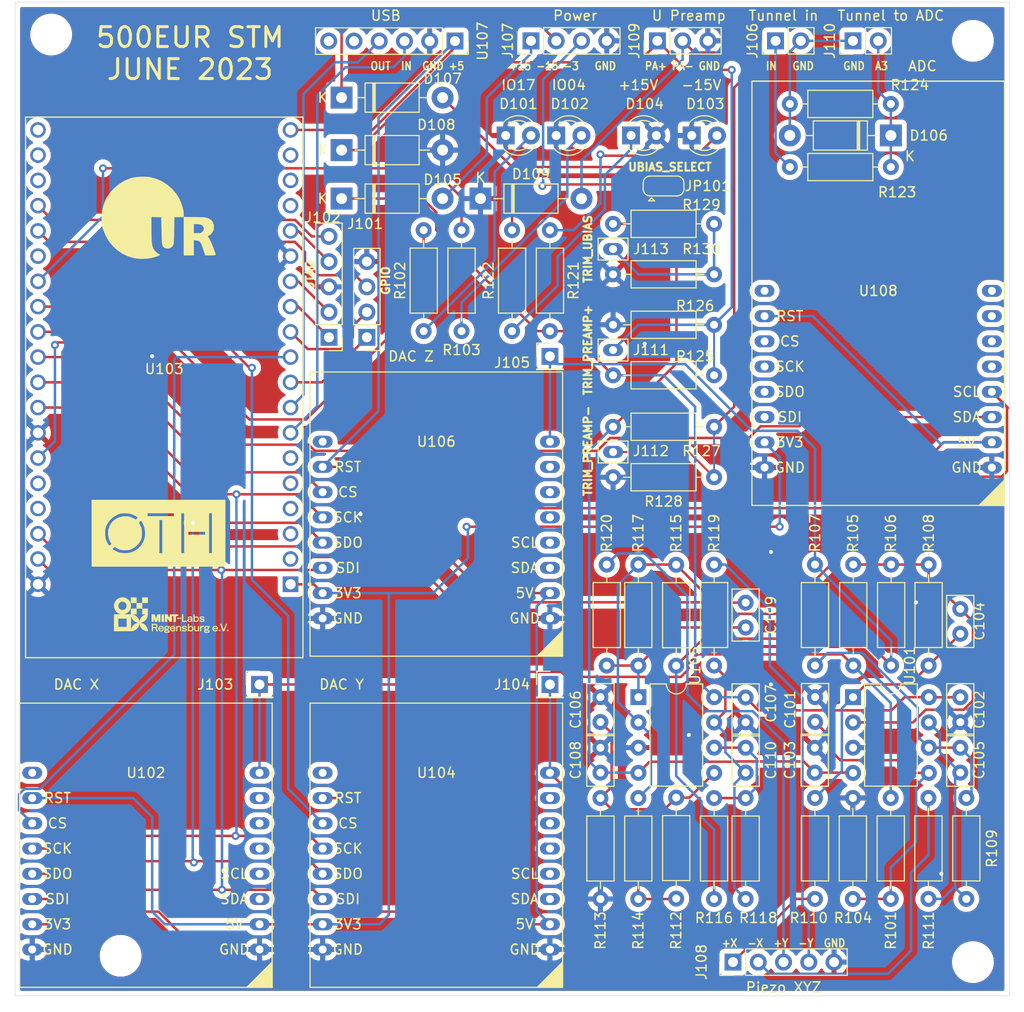
<source format=kicad_pcb>
(kicad_pcb (version 20221018) (generator pcbnew)
  (layers (0 "F.Cu" signal) (31 "B.Cu" signal) (34 "B.Paste" user) (35 "F.Paste" user) (36 "B.SilkS" user "B.Silkscreen") (37 "F.SilkS" user "F.Silkscreen") (38 "B.Mask" user) (39 "F.Mask" user) (44 "Edge.Cuts" user))
  (net 0 "")
  (net 1 "Net-(C101-Pad1)")
  (net 2 "GND")
  (net 3 "+15V")
  (net 4 "-15V")
  (net 5 "/Z-Ym")
  (net 6 "/Z-Yp")
  (net 7 "/Z+Yr")
  (net 8 "/Z+Ym")
  (net 9 "/Z-Yr")
  (net 10 "/TUNNEL_IN_ADC")
  (net 11 "/TUNNEL_GND")
  (net 12 "/+15V_in")
  (net 13 "/-15V_in")
  (net 14 "PREAMP+")
  (net 15 "PREAMP-")
  (net 16 "JTAG_TMS")
  (net 17 "JTAG_TDI")
  (net 18 "JTAG_TCK")
  (net 19 "JTAG_TD0")
  (net 20 "IO25")
  (net 21 "IO27")
  (net 22 "IO02")
  (net 23 "X")
  (net 24 "Y")
  (net 25 "Z")
  (net 26 "/TUNNEL_IN")
  (net 27 "-3V3")
  (net 28 "Z+X")
  (net 29 "Z-X")
  (net 30 "Z+Y")
  (net 31 "Z-Y")
  (net 32 "UBIAS")
  (net 33 "/UBIAS_IN")
  (net 34 "IO17")
  (net 35 "IO04")
  (net 36 "+5V")
  (net 37 "ESP32_CS1")
  (net 38 "ESP32_SCK")
  (net 39 "ESP32_SDO")
  (net 40 "ESP32_SDI")
  (net 41 "+3V3")
  (net 47 "RXD")
  (net 48 "TXD")
  (net 52 "ESP32_SCL")
  (net 55 "ESP32_SDA")
  (net 56 "ESP32_CS3")
  (net 57 "ESP32_CS2")
  (net 77 "Net-(C104-Pad2)")
  (net 78 "Net-(C104-Pad1)")
  (net 79 "Net-(C105-Pad2)")
  (net 80 "Net-(C105-Pad1)")
  (net 95 "/LED_+15V")
  (net 96 "/LED_-15V")
  (net 97 "/LED_IO17")
  (net 98 "/LED_IO04")
  (footprint "Resistor_THT:R_Axial_DIN0207_L6.3mm_D2.5mm_P10.16mm_Horizontal" (layer "F.Cu") (at 114.3 125.095 -90)
    (fp_text reference "R116")
    (fp_text value "3k")
  )
  (footprint "Adapterboard:ur" (layer "F.Cu") (at 58.42 66.675)
    (fp_text reference "U110" hide)
    (fp_text value "UniRegensburg" hide)
  )
  (footprint "Resistor_THT:R_Axial_DIN0207_L6.3mm_D2.5mm_P10.16mm_Horizontal" (layer "F.Cu") (at 135.88 111.76 90)
    (fp_text reference "R108")
    (fp_text value "3k")
  )
  (footprint "Mikroe:Mikroe_Socket_DAC_2_Click" (layer "F.Cu") (at 86.36 131.445)
    (fp_text reference "U104")
    (fp_text value "DAC Z" hide)
  )
  (footprint "Capacitor_THT:C_Disc_D5.0mm_W2.5mm_P2.50mm" (layer "F.Cu") (at 139.065 122.535 90)
    (fp_text reference "C105")
    (fp_text value "4n7")
  )
  (footprint "Capacitor_THT:C_Disc_D5.0mm_W2.5mm_P2.50mm" (layer "F.Cu") (at 102.87 117.445 90)
    (fp_text reference "C106")
    (fp_text value "4n7")
  )
  (footprint "Resistor_THT:R_Axial_DIN0207_L6.3mm_D2.5mm_P10.16mm_Horizontal" (layer "F.Cu") (at 114.3 101.6 -90)
    (fp_text reference "R119")
    (fp_text value "220")
  )
  (footprint "MountingHole:MountingHole_3.2mm_M3" (layer "F.Cu") (at 140.335 141.605)
    (fp_text reference "H101" hide)
    (fp_text value "MountingHole")
  )
  (footprint "Mikroe:Mikroe_Socket_DAC_2_Click" (layer "F.Cu") (at 57.15 131.445)
    (fp_text reference "U102")
    (fp_text value "DAC X" hide)
  )
  (footprint "MountingHole:MountingHole_3.2mm_M3" (layer "F.Cu") (at 47.625 48.26)
    (fp_text reference "H102" hide)
    (fp_text value "MountingHole")
  )
  (footprint "Resistor_THT:R_Axial_DIN0207_L6.3mm_D2.5mm_P10.16mm_Horizontal" (layer "F.Cu") (at 121.92 61.595)
    (fp_text reference "R123")
    (fp_text value "68k")
  )
  (footprint "Capacitor_THT:C_Disc_D5.0mm_W2.5mm_P2.50mm" (layer "F.Cu") (at 124.43 122.535 90)
    (fp_text reference "C103")
    (fp_text value "100n")
  )
  (footprint "LED_THT:LED_D3.0mm_Clear" (layer "F.Cu") (at 112.05 58.42)
    (fp_text reference "D103")
    (fp_text value "LED_+15V")
  )
  (footprint "Resistor_THT:R_Axial_DIN0207_L6.3mm_D2.5mm_P10.16mm_Horizontal" (layer "F.Cu") (at 114.3 82.55 180)
    (fp_text reference "R125")
    (fp_text value "470")
  )
  (footprint "LED_THT:LED_D3.0mm_Clear" (layer "F.Cu") (at 105.95 58.42)
    (fp_text reference "D104")
    (fp_text value "LED_-15V")
  )
  (footprint "Resistor_THT:R_Axial_DIN0207_L6.3mm_D2.5mm_P10.16mm_Horizontal" (layer "F.Cu") (at 132.11 101.6 -90)
    (fp_text reference "R106")
    (fp_text value "3k")
  )
  (footprint "Capacitor_THT:C_Disc_D5.0mm_W2.5mm_P2.50mm" (layer "F.Cu") (at 124.46 117.435 90)
    (fp_text reference "C101")
    (fp_text value "4n7")
  )
  (footprint "Resistor_THT:R_Axial_DIN0207_L6.3mm_D2.5mm_P10.16mm_Horizontal" (layer "F.Cu") (at 135.86 125.085 -90)
    (fp_text reference "R111")
    (fp_text value "220")
  )
  (footprint "Adapterboard:Poti_mid_contact" (layer "F.Cu") (at 104.14 80.01)
    (fp_text reference "J111")
    (fp_text value "PotiCenterpin")
  )
  (footprint "Connector_PinHeader_2.54mm:PinHeader_1x01_P2.54mm_Vertical" (layer "F.Cu") (at 97.79 80.645)
    (fp_text reference "J105")
    (fp_text value "Z")
  )
  (footprint "LED_THT:LED_D3.0mm_Clear" (layer "F.Cu") (at 98.42 58.42)
    (fp_text reference "D102")
    (fp_text value "LED_IO04")
  )
  (footprint "Resistor_THT:R_Axial_DIN0207_L6.3mm_D2.5mm_P10.16mm_Horizontal" (layer "F.Cu") (at 114.3 77.47 180)
    (fp_text reference "R126")
    (fp_text value "1k")
  )
  (footprint "Adapterboard:oth" (layer "F.Cu") (at 58.42 98.425)
    (fp_text reference "U111" hide)
    (fp_text value "OTH" hide)
  )
  (footprint "Resistor_THT:R_Axial_DIN0207_L6.3mm_D2.5mm_P10.16mm_Horizontal" (layer "F.Cu") (at 93.98 78.105 90)
    (fp_text reference "R122")
    (fp_text value "3k")
  )
  (footprint "Connector_PinHeader_2.54mm:PinHeader_1x04_P2.54mm_Vertical" (layer "F.Cu") (at 95.885 48.895 90)
    (fp_text reference "J107")
    (fp_text value "Power")
  )
  (footprint "Resistor_THT:R_Axial_DIN0207_L6.3mm_D2.5mm_P10.16mm_Horizontal" (layer "F.Cu") (at 110.49 101.615 -90)
    (fp_text reference "R115")
    (fp_text value "3k")
  )
  (footprint "Diode_THT:D_DO-41_SOD81_P10.16mm_Horizontal" (layer "F.Cu") (at 76.835 59.89)
    (fp_text reference "D108")
    (fp_text value "1N5819")
  )
  (footprint "Connector_PinHeader_2.54mm:PinHeader_1x04_P2.54mm_Vertical" (layer "F.Cu") (at 79.375 78.73 180)
    (fp_text reference "J101")
    (fp_text value "reserve IO")
  )
  (footprint "Resistor_THT:R_Axial_DIN0207_L6.3mm_D2.5mm_P10.16mm_Horizontal" (layer "F.Cu") (at 106.68 111.76 90)
    (fp_text reference "R117")
    (fp_text value "3k")
  )
  (footprint "Resistor_THT:R_Axial_DIN0207_L6.3mm_D2.5mm_P10.16mm_Horizontal" (layer "F.Cu") (at 102.87 125.095 -90)
    (fp_text reference "R113")
    (fp_text value "3k")
  )
  (footprint "Package_DIP:DIP-8_W7.62mm" (layer "F.Cu") (at 128.28 114.945)
    (fp_text reference "U101")
    (fp_text value "TL072")
  )
  (footprint "Capacitor_THT:C_Disc_D5.0mm_W2.5mm_P2.50mm" (layer "F.Cu") (at 117.475 117.475 90)
    (fp_text reference "C107")
    (fp_text value "100n")
  )
  (footprint "Diode_THT:D_DO-41_SOD81_P10.16mm_Horizontal" (layer "F.Cu") (at 90.805 64.77)
    (fp_text reference "D109")
    (fp_text value "1N5819")
  )
  (footprint "Resistor_THT:R_Axial_DIN0207_L6.3mm_D2.5mm_P10.16mm_Horizontal" (layer "F.Cu") (at 124.45 135.245 90)
    (fp_text reference "R110")
    (fp_text value "220")
  )
  (footprint "Capacitor_THT:C_Disc_D5.0mm_W2.5mm_P2.50mm" (layer "F.Cu") (at 139.065 108.565 90)
    (fp_text reference "C104")
    (fp_text value "4n7")
  )
  (footprint "Jumper:SolderJumper-3_P1.3mm_Bridged12_RoundedPad1.0x1.5mm" (layer "F.Cu") (at 109.22 63.5)
    (fp_text reference "JP101")
    (fp_text value "SolderJumper_3_Bridged12")
  )
  (footprint "Adapterboard:Poti_mid_contact" (layer "F.Cu") (at 104.14 69.85)
    (fp_text reference "J113")
    (fp_text value "PotiCenterpin")
  )
  (footprint "LED_THT:LED_D3.0mm_Clear" (layer "F.Cu") (at 93.34 58.42)
    (fp_text reference "D101")
    (fp_text value "LED_IO17")
  )
  (footprint "Capacitor_THT:C_Disc_D5.0mm_W2.5mm_P2.50mm" (layer "F.Cu") (at 117.475 122.535 90)
    (fp_text reference "C110")
    (fp_text value "4n7")
  )
  (footprint "Resistor_THT:R_Axial_DIN0207_L6.3mm_D2.5mm_P10.16mm_Horizontal" (layer "F.Cu") (at 110.49 125.05 -90)
    (fp_text reference "R112")
    (fp_text value "3k")
  )
  (footprint "Resistor_THT:R_Axial_DIN0207_L6.3mm_D2.5mm_P10.16mm_Horizontal" (layer "F.Cu") (at 104.14 67.31)
    (fp_text reference "R129")
    (fp_text value "470")
  )
  (footprint "Resistor_THT:R_Axial_DIN0207_L6.3mm_D2.5mm_P10.16mm_Horizontal" (layer "F.Cu") (at 97.79 67.945 -90)
    (fp_text reference "R121")
    (fp_text value "3k")
  )
  (footprint "Connector_PinHeader_2.54mm:PinHeader_1x05_P2.54mm_Vertical" (layer "F.Cu") (at 75.565 78.735 180)
    (fp_text reference "J102")
    (fp_text value "JTAG")
  )
  (footprint "Diode_THT:D_DO-41_SOD81_P10.16mm_Horizontal" (layer "F.Cu") (at 76.835 54.61)
    (fp_text reference "D107")
    (fp_text value "1N5819")
  )
  (footprint "Resistor_THT:R_Axial_DIN0207_L6.3mm_D2.5mm_P10.16mm_Horizontal" (layer "F.Cu") (at 104.14 72.39)
    (fp_text reference "R130")
    (fp_text value "68k")
  )
  (footprint "Mikroe:Mikroe_Socket_ADC_8_Click" (layer "F.Cu") (at 130.81 82.945)
    (fp_text reference "U108")
    (fp_text value "ADC TUNNEL" hide)
  )
  (footprint "Capacitor_THT:C_Disc_D5.0mm_W2.5mm_P2.50mm" (layer "F.Cu") (at 139.065 117.455 90)
    (fp_text reference "C102")
    (fp_text value "100n")
  )
  (footprint "Resistor_THT:R_Axial_DIN0207_L6.3mm_D2.5mm_P10.16mm_Horizontal" (layer "F.Cu") (at 128.26 135.245 90)
    (fp_text reference "R104")
    (fp_text value "3k")
  )
  (footprint "Connector_PinHeader_2.54mm:PinHeader_1x03_P2.54mm_Vertical" (layer "F.Cu") (at 108.6 48.895 90)
    (fp_text reference "J109")
    (fp_text value "U Preamp")
  )
  (footprint "Resistor_THT:R_Axial_DIN0207_L6.3mm_D2.5mm_P10.16mm_Horizontal" (layer "F.Cu") (at 85.09 78.105 90)
    (fp_text reference "R102")
    (fp_text value "1k")
  )
  (footprint "ESP32-DEVKITC-32D:MODULE_ESP32-DEVKITC-32D" (layer "F.Cu") (at 59 83.82 180)
    (fp_text reference "U103")
    (fp_text value "ESP32-DEVKITC-32D")
  )
  (footprint "Resistor_THT:R_Axial_DIN0207_L6.3mm_D2.5mm_P10.16mm_Horizontal" (layer "F.Cu") (at 139.67 135.245 90)
    (fp_text reference "R109")
    (fp_text value "3k")
  )
  (footprint "Adapterboard:Poti_mid_contact" (layer "F.Cu") (at 104.14 90.27 180)
    (fp_text reference "J112")
    (fp_text value "PotiCenterpin")
  )
  (footprint "Adapterboard:mint" (layer "F.Cu") (at 59.69 106.68)
    (fp_text reference "U109" hide)
    (fp_text value "mint" hide)
  )
  (footprint "Connector_PinHeader_2.54mm:PinHeader_1x01_P2.54mm_Vertical" (layer "F.Cu") (at 97.79 113.665)
    (fp_text reference "J104")
    (fp_text value "Y")
  )
  (footprint "Diode_THT:D_DO-41_SOD81_P10.16mm_Horizontal" (layer "F.Cu") (at 132.08 58.42 180)
    (fp_text reference "D106")
    (fp_text value "1N5819")
  )
  (footprint "MountingHole:MountingHole_3.2mm_M3" (layer "F.Cu") (at 140.335 48.895)
    (fp_text reference "H104" hide)
    (fp_text value "MountingHole")
  )
  (footprint "Resistor_THT:R_Axial_DIN0207_L6.3mm_D2.5mm_P10.16mm_Horizontal" (layer "F.Cu") (at 124.45 111.76 90)
    (fp_text reference "R107")
    (fp_text value "3k")
  )
  (footprint "Package_DIP:DIP-8_W7.62mm" (layer "F.Cu") (at 106.69 114.945)
    (fp_text reference "U105")
    (fp_text value "TL072")
  )
  (footprint "Resistor_THT:R_Axial_DIN0207_L6.3mm_D2.5mm_P10.16mm_Horizontal" (layer "F.Cu") (at 132.07 135.245 90)
    (fp_text reference "R101")
    (fp_text value "3k")
  )
  (footprint "Capacitor_THT:C_Disc_D5.0mm_W2.5mm_P2.50mm" (layer "F.Cu") (at 102.87 122.535 90)
    (fp_text reference "C108")
    (fp_text value "100n")
  )
  (footprint "Connector_PinHeader_2.54mm:PinHeader_1x02_P2.54mm_Vertical" (layer "F.Cu") (at 120.485 48.895 90)
    (fp_text reference "J106")
    (fp_text value "TUNNEL_IN")
  )
  (footprint "Resistor_THT:R_Axial_DIN0207_L6.3mm_D2.5mm_P10.16mm_Horizontal" (layer "F.Cu") (at 114.3 92.81 180)
    (fp_text reference "R128")
    (fp_text value "1k")
  )
  (footprint "Connector_PinHeader_2.54mm:PinHeader_1x05_P2.54mm_Vertical" (layer "F.Cu") (at 116.205 141.605 90)
    (fp_text reference "J108")
    (fp_text value "Piezzo XYZ")
  )
  (footprint "MountingHole:MountingHole_3.2mm_M3" (layer "F.Cu") (at 54.61 140.97)
    (fp_text reference "H103" hide)
    (fp_text value "MountingHole")
  )
  (footprint "Resistor_THT:R_Axial_DIN0207_L6.3mm_D2.5mm_P10.16mm_Horizontal" (layer "F.Cu") (at 88.9 78.105 90)
    (fp_text reference "R103")
    (fp_text value "1k")
  )
  (footprint "Resistor_THT:R_Axial_DIN0207_L6.3mm_D2.5mm_P10.16mm_Horizontal" (layer "F.Cu") (at 106.68 125.095 -90)
    (fp_text reference "R114")
    (fp_text value "3k")
  )
  (footprint "Diode_THT:D_DO-41_SOD81_P10.16mm_Horizontal" (layer "F.Cu") (at 76.835 64.77)
    (fp_text reference "D105")
    (fp_text value "1N5819")
  )
  (footprint "Connector_PinHeader_2.54mm:PinHeader_1x01_P2.54mm_Vertical" (layer "F.Cu") (at 68.58 113.665)
    (fp_text reference "J103")
    (fp_text value "X")
  )
  (footprint "Resistor_THT:R_Axial_DIN0207_L6.3mm_D2.5mm_P10.16mm_Horizontal" (layer "F.Cu") (at 114.3 87.73 180)
    (fp_text reference "R127")
    (fp_text value "470")
  )
  (footprint "Resistor_THT:R_Axial_DIN0207_L6.3mm_D2.5mm_P10.16mm_Horizontal" (layer "F.Cu") (at 128.3 101.6 -90)
    (fp_text reference "R105")
    (fp_text value "3k")
  )
  (footprint "Resistor_THT:R_Axial_DIN0207_L6.3mm_D2.5mm_P10.16mm_Horizontal" (layer "F.Cu") (at 132.08 55.245 180)
    (fp_text reference "R124")
    (fp_text value "10k")
  )
  (footprint "Resistor_THT:R_Axial_DIN0207_L6.3mm_D2.5mm_P10.16mm_Horizontal" (layer "F.Cu") (at 103.505 101.6 -90)
    (fp_text reference "R120")
    (fp_text value "220")
  )
  (footprint "Resistor_THT:R_Axial_DIN0207_L6.3mm_D2.5mm_P10.16mm_Horizontal" (layer "F.Cu") (at 117.475 135.255 90)
    (fp_text reference "R118")
    (fp_text value "3k")
  )
  (footprint "Mikroe:Mikroe_Socket_DAC_2_Click" (layer "F.Cu") (at 86.36 98.12)
    (fp_text reference "U106")
    (fp_text value "DAC Z" hide)
  )
  (footprint "Connector_PinHeader_2.54mm:PinHeader_1x02_P2.54mm_Vertical" (layer "F.Cu") (at 128.27 48.895 90)
    (fp_text reference "J110")
    (fp_text value "Tunnel_ADC")
  )
  (footprint "Capacitor_THT:C_Disc_D5.0mm_W2.5mm_P2.50mm" (layer "F.Cu") (at 117.475 107.93 90)
    (fp_text reference "C109")
    (fp_text value "4n7")
  )
  (footprint "Connector_PinSocket_2.54mm:PinSocket_1x06_P2.54mm_Vertical" (layer "F.Cu") (at 88.24 48.92 -90)
    (fp_text reference "U107")
    (fp_text value "USB")
  )
  (gr_rect (start 44 45) (end 144 145) (stroke (width 0.05)) (fill none) (layer "Edge.Cuts"))
  (gr_text "Tunnel in" (at 121.285 46.355) (layer "F.SilkS") (effects (font (size 1 1))))
  (gr_text "DAC Y" (at 76.835 113.665) (layer "F.SilkS") (effects (font (size 1 1))))
  (gr_text "Tunnel to ADC" (at 132.08 46.355) (layer "F.SilkS") (effects (font (size 1 1))))
  (gr_text "ADC" (at 135.255 51.435) (layer "F.SilkS") (effects (font (size 1 1))))
  (gr_text "DAC Z" (at 83.82 80.645) (layer "F.SilkS") (effects (font (size 1 1))))
  (gr_text "TRIM_UBIAS" (at 101.6 69.85 90) (layer "F.SilkS") (effects (font (size 0.8 0.8) (thickness 0.2))))
  (gr_text "JTAG" (at 73.66 72.39 90) (layer "F.SilkS") (effects (font (size 0.8 0.8) (thickness 0.2))))
  (gr_text "UBIAS_SELECT" (at 109.855 61.595) (layer "F.SilkS") (effects (font (size 0.8 0.8) (thickness 0.2))))
  (gr_text "GPIO" (at 81.28 73.025 90) (layer "F.SilkS") (effects (font (size 0.8 0.8) (thickness 0.2))))
  (gr_text "GND  A3" (at 129.54 51.435) (layer "F.SilkS") (effects (font (size 0.8 0.7))))
  (gr_text "+15V" (at 106.68 53.34) (layer "F.SilkS") (effects (font (size 1 1))))
  (gr_text "OUT  IN  GND +5" (at 84.455 51.435) (layer "F.SilkS") (effects (font (size 0.8 0.7))))
  (gr_text "Power" (at 100.33 46.355) (layer "F.SilkS") (effects (font (size 1 1))))
  (gr_text "+15 -15 -3   GND" (at 99.06 51.435) (layer "F.SilkS") (effects (font (size 0.8 0.7))))
  (gr_text "IO04" (at 99.695 53.34) (layer "F.SilkS") (effects (font (size 1 1))))
  (gr_text "IO17" (at 94.615 53.34) (layer "F.SilkS") (effects (font (size 1 1))))
  (gr_text "-15V" (at 113.03 53.34) (layer "F.SilkS") (effects (font (size 1 1))))
  (gr_text "TRIM_PREAMP+" (at 101.6 80.01 90) (layer "F.SilkS") (effects (font (size 0.8 0.8) (thickness 0.2))))
  (gr_text "DAC X" (at 50.165 113.665) (layer "F.SilkS") (effects (font (size 1 1))))
  (gr_text "+X  -X  +Y  -Y  GND" (at 121.285 139.7) (layer "F.SilkS") (effects (font (size 0.8 0.7))))
  (gr_text "U Preamp" (at 111.76 46.355) (layer "F.SilkS") (effects (font (size 1 1))))
  (gr_text "PA+ PA- GND" (at 111.125 51.435) (layer "F.SilkS") (effects (font (size 0.8 0.7))))
  (gr_text "IN   GND" (at 121.92 51.435) (layer "F.SilkS") (effects (font (size 0.8 0.7))))
  (gr_text "TRIM_PREAMP-" (at 101.6 90.17 90) (layer "F.SilkS") (effects (font (size 0.8 0.8) (thickness 0.2))))
  (gr_text "Piezo XYZ" (at 121.285 144.145) (layer "F.SilkS") (effects (font (size 1 1))))
  (gr_text "USB" (at 81.28 46.355) (layer "F.SilkS") (effects (font (size 1 1))))
  (gr_text "500EUR STM\nJUNE 2023" (at 61.595 50.165) (layer "F.SilkS") (effects (font (size 2 2) (thickness 0.3))))
  (segment (start 135.9 122.565) (end 133.995 122.565) (width 0.25) (layer "F.Cu") (net 1))
  (segment (start 126.365 120.65) (end 127 121.285) (width 0.25) (layer "F.Cu") (net 1))
  (segment (start 128.26 135.245) (end 132.07 135.245) (width 0.25) (layer "F.Cu") (net 1))
  (segment (start 132.715 121.285) (end 133.995 122.565) (width 0.25) (layer "F.Cu") (net 1))
  (segment (start 124.46 117.435) (end 126.365 119.34) (width 0.25) (layer "F.Cu") (net 1))
  (segment (start 127 121.285) (end 132.715 121.285) (width 0.25) (layer "F.Cu") (net 1))
  (segment (start 126.365 119.34) (end 126.365 120.65) (width 0.25) (layer "F.Cu") (net 1))
  (segment (start 134.62 129.54) (end 134.62 123.845) (width 0.25) (layer "B.Cu") (net 1))
  (segment (start 132.07 132.09) (end 134.62 129.54) (width 0.25) (layer "B.Cu") (net 1))
  (segment (start 132.07 135.245) (end 132.07 132.09) (width 0.25) (layer "B.Cu") (net 1))
  (segment (start 134.62 123.845) (end 135.9 122.565) (width 0.25) (layer "B.Cu") (net 1))
  (via (at 120.015 100.33) (size 0.8) (drill 0.4) (layers "F.Cu" "B.Cu") (net 2))
  (via (at 107.315 79.375) (size 0.8) (drill 0.4) (layers "F.Cu" "B.Cu") (net 2))
  (via (at 78.74 96.52) (size 0.8) (drill 0.4) (layers "F.Cu" "B.Cu") (net 2))
  (via (at 111.76 118.745) (size 0.8) (drill 0.4) (layers "F.Cu" "B.Cu") (net 2))
  (via (at 57.785 80.645) (size 0.8) (drill 0.4) (layers "F.Cu" "B.Cu") (net 2))
  (via (at 120.015 113.665) (size 0.8) (drill 0.4) (layers "F.Cu" "B.Cu") (net 2))
  (via (at 137.16 132.715) (size 0.8) (drill 0.4) (layers "F.Cu" "B.Cu") (net 2))
  (via (at 134.62 105.41) (size 0.8) (drill 0.4) (layers "F.Cu" "B.Cu") (net 2))
  (segment (start 133.467 114.945) (end 132.1435 116.2685) (width 0.25) (layer "F.Cu") (net 3))
  (segment (start 132.1435 116.2685) (end 118.7685 116.2685) (width 0.25) (layer "F.Cu") (net 3))
  (segment (start 86.36 66.150255) (end 86.36 66.675) (width 0.25) (layer "F.Cu") (net 3))
  (segment (start 118.7685 116.2685) (end 117.475 114.975) (width 0.25) (layer "F.Cu") (net 3))
  (segment (start 135.9 114.945) (end 133.467 114.945) (width 0.25) (layer "F.Cu") (net 3))
  (segment (start 76.835 64.77) (end 83.505991 64.77) (width 0.25) (layer "F.Cu") (net 3))
  (segment (start 99.695 78.105) (end 104.14 82.55) (width 0.25) (layer "F.Cu") (net 3))
  (segment (start 97.79 78.105) (end 99.695 78.105) (width 0.25) (layer "F.Cu") (net 3))
  (segment (start 84.979745 64.77) (end 86.304873 66.095128) (width 0.25) (layer "F.Cu") (net 3))
  (segment (start 83.505991 64.77) (end 84.979745 64.77) (width 0.25) (layer "F.Cu") (net 3))
  (segment (start 139.065 114.955) (end 135.91 114.955) (width 0.25) (layer "F.Cu") (net 3))
  (segment (start 86.36 67.945) (end 86.36 66.675) (width 0.25) (layer "F.Cu") (net 3))
  (segment (start 86.304873 66.095128) (end 86.36 66.150255) (width 0.25) (layer "F.Cu") (net 3))
  (segment (start 96.52 78.105) (end 86.36 67.945) (width 0.25) (layer "F.Cu") (net 3))
  (segment (start 97.79 78.105) (end 96.52 78.105) (width 0.25) (layer "F.Cu") (net 3))
  (segment (start 135.91 114.955) (end 135.9 114.945) (width 0.25) (layer "F.Cu") (net 3))
  (segment (start 114.31 114.945) (end 117.445 114.945) (width 0.25) (layer "B.Cu") (net 3))
  (segment (start 112.395 113.03) (end 114.31 114.945) (width 0.25) (layer "B.Cu") (net 3))
  (segment (start 109.22 82.55) (end 112.395 85.725) (width 0.25) (layer "B.Cu") (net 3))
  (segment (start 104.14 82.55) (end 109.22 82.55) (width 0.25) (layer "B.Cu") (net 3))
  (segment (start 112.395 85.725) (end 112.395 113.03) (width 0.25) (layer "B.Cu") (net 3))
  (segment (start 117.445 114.945) (end 117.475 114.975) (width 0.25) (layer "B.Cu") (net 3))
  (segment (start 116.050001 121.44) (end 116.080001 121.41) (width 0.25) (layer "F.Cu") (net 4))
  (segment (start 109.215 61.595) (end 110.52 62.9) (width 0.25) (layer "F.Cu") (net 4))
  (segment (start 93.98 61.595) (end 109.215 61.595) (width 0.25) (layer "F.Cu") (net 4))
  (segment (start 110.52 62.9) (end 110.52 63.5) (width 0.25) (layer "F.Cu") (net 4))
  (segment (start 110.52 81.35) (end 104.14 87.73) (width 0.25) (layer "F.Cu") (net 4))
  (segment (start 107.815 121.44) (end 116.050001 121.44) (width 0.25) (layer "F.Cu") (net 4))
  (segment (start 106.69 122.565) (end 107.815 121.44) (width 0.25) (layer "F.Cu") (net 4))
  (segment (start 123.305 121.41) (end 124.43 122.535) (width 0.25) (layer "F.Cu") (net 4))
  (segment (start 116.080001 121.41) (end 123.305 121.41) (width 0.25) (layer "F.Cu") (net 4))
  (segment (start 128.25 122.535) (end 128.28 122.565) (width 0.25) (layer "F.Cu") (net 4))
  (segment (start 124.43 122.535) (end 128.25 122.535) (width 0.25) (layer "F.Cu") (net 4))
  (segment (start 93.98 67.945) (end 93.98 61.595) (width 0.25) (layer "F.Cu") (net 4))
  (segment (start 110.52 63.5) (end 110.52 81.35) (width 0.25) (layer "F.Cu") (net 4))
  (segment (start 93.98 61.595) (end 86.995 54.61) (width 0.25) (layer "F.Cu") (net 4))
  (segment (start 102.87 122.535) (end 101.745 121.41) (width 0.25) (layer "B.Cu") (net 4))
  (segment (start 102.87 122.535) (end 106.66 122.535) (width 0.25) (layer "B.Cu") (net 4))
  (segment (start 101.745 121.41) (end 101.745 90.125) (width 0.25) (layer "B.Cu") (net 4))
  (segment (start 106.66 122.535) (end 106.69 122.565) (width 0.25) (layer "B.Cu") (net 4))
  (segment (start 101.745 90.125) (end 104.14 87.73) (width 0.25) (layer "B.Cu") (net 4))
  (segment (start 114.31 120.025) (end 117.465 120.025) (width 0.25) (layer "F.Cu") (net 5))
  (segment (start 117.465 120.025) (end 117.475 120.035) (width 0.25) (layer "F.Cu") (net 5))
  (segment (start 114.3 125.095) (end 117.475 125.095) (width 0.25) (layer "F.Cu") (net 5))
  (segment (start 118.6 121.16) (end 117.475 120.035) (width 0.25) (layer "B.Cu") (net 5))
  (segment (start 118.6 123.97) (end 118.6 121.16) (width 0.25) (layer "B.Cu") (net 5))
  (segment (start 117.475 125.095) (end 118.6 123.97) (width 0.25) (layer "B.Cu") (net 5))
  (segment (start 109.32 126.22) (end 110.49 125.05) (width 0.25) (layer "F.Cu") (net 6))
  (segment (start 103.995 118.57) (end 103.995 123.97) (width 0.25) (layer "F.Cu") (net 6))
  (segment (start 110.49 125.05) (end 111.825 125.05) (width 0.25) (layer "F.Cu") (net 6))
  (segment (start 111.825 125.05) (end 114.31 122.565) (width 0.25) (layer "F.Cu") (net 6))
  (segment (start 102.87 117.445) (end 103.995 118.57) (width 0.25) (layer "F.Cu") (net 6))
  (segment (start 102.87 125.095) (end 103.995 126.22) (width 0.25) (layer "F.Cu") (net 6))
  (segment (start 103.995 126.22) (end 109.32 126.22) (width 0.25) (layer "F.Cu") (net 6))
  (segment (start 103.995 123.97) (end 102.87 125.095) (width 0.25) (layer "F.Cu") (net 6))
  (segment (start 110.51 107.93) (end 117.475 107.93) (width 0.25) (layer "F.Cu") (net 7))
  (segment (start 106.68 111.76) (end 110.51 107.93) (width 0.25) (layer "F.Cu") (net 7))
  (segment (start 103.505 111.76) (end 106.68 111.76) (width 0.25) (layer "F.Cu") (net 7))
  (segment (start 106.69 114.945) (end 106.69 111.77) (width 0.25) (layer "B.Cu") (net 7))
  (segment (start 106.69 111.77) (end 106.68 111.76) (width 0.25) (layer "B.Cu") (net 7))
  (segment (start 106.68 101.6) (end 110.475 101.6) (width 0.25) (layer "F.Cu") (net 8))
  (segment (start 114.305 105.43) (end 110.49 101.615) (width 0.25) (layer "F.Cu") (net 8))
  (segment (start 110.475 101.6) (end 110.49 101.615) (width 0.25) (layer "F.Cu") (net 8))
  (segment (start 117.475 105.43) (end 114.305 105.43) (width 0.25) (layer "F.Cu") (net 8))
  (segment (start 106.69 117.485) (end 107.95 118.745) (width 0.25) (layer "B.Cu") (net 8))
  (segment (start 106.69 117.485) (end 104.63 115.425) (width 0.25) (layer "B.Cu") (net 8))
  (segment (start 104.63 103.65) (end 106.68 101.6) (width 0.25) (layer "B.Cu") (net 8))
  (segment (start 107.95 118.745) (end 107.95 123.825) (width 0.25) (layer "B.Cu") (net 8))
  (segment (start 104.63 115.425) (end 104.63 103.65) (width 0.25) (layer "B.Cu") (net 8))
  (segment (start 107.95 123.825) (end 106.68 125.095) (width 0.25) (layer "B.Cu") (net 8))
  (segment (start 115.435 116.36) (end 114.31 117.485) (width 0.25) (layer "F.Cu") (net 9))
  (segment (start 115.435 112.895) (end 115.435 116.36) (width 0.25) (layer "F.Cu") (net 9))
  (segment (start 114.3 111.76) (end 115.435 112.895) (width 0.25) (layer "F.Cu") (net 9))
  (segment (start 116.35 134.13) (end 117.475 135.255) (width 0.25) (layer "B.Cu") (net 9))
  (segment (start 116.35 123.66) (end 116.35 134.13) (width 0.25) (layer "B.Cu") (net 9))
  (segment (start 117.475 122.535) (end 116.35 123.66) (width 0.25) (layer "B.Cu") (net 9))
  (segment (start 115.435 120.495) (end 117.475 122.535) (width 0.25) (layer "B.Cu") (net 9))
  (segment (start 114.31 117.485) (end 115.435 118.61) (width 0.25) (layer "B.Cu") (net 9))
  (segment (start 115.435 118.61) (end 115.435 120.495) (width 0.25) (layer "B.Cu") (net 9))
  (segment (start 130.81 48.895) (end 130.81 53.975) (width 0.25) (layer "B.Cu") (net 10))
  (segment (start 132.08 58.42) (end 132.08 55.245) (width 0.25) (layer "B.Cu") (net 10))
  (segment (start 132.08 61.595) (end 132.08 58.42) (width 0.25) (layer "B.Cu") (net 10))
  (segment (start 130.81 53.975) (end 132.08 55.245) (width 0.25) (layer "B.Cu") (net 10))
  (segment (start 123.025 48.895) (end 128.27 48.895) (width 0.25) (layer "B.Cu") (net 11))
  (segment (start 121.92 50) (end 123.025 48.895) (width 0.25) (layer "B.Cu") (net 11))
  (segment (start 121.92 55.245) (end 121.92 50) (width 0.25) (layer "B.Cu") (net 11))
  (segment (start 121.92 58.42) (end 121.92 55.245) (width 0.25) (layer "B.Cu") (net 11))
  (segment (start 95.885 50.165) (end 95.885 48.895) (width 0.25) (layer "B.Cu") (net 12))
  (segment (start 91.44 60.325) (end 91.44 54.61) (width 0.25) (layer "B.Cu") (net 12))
  (segment (start 86.995 64.77) (end 91.44 60.325) (width 0.25) (layer "B.Cu") (net 12))
  (segment (start 91.44 54.61) (end 95.885 50.165) (width 0.25) (layer "B.Cu") (net 12))
  (segment (start 98.425 48.895) (end 96.53 47) (width 0.25) (layer "F.Cu") (net 13))
  (segment (start 76.835 48.165) (end 76.835 54.61) (width 0.25) (layer "F.Cu") (net 13))
  (segment (start 96.53 47) (end 78 47) (width 0.25) (layer "F.Cu") (net 13))
  (segment (start 78 47) (end 76.835 48.165) (width 0.25) (layer "F.Cu") (net 13))
  (segment (start 106.68 51.054) (end 108.6 49.134) (width 0.25) (layer "F.Cu") (net 14))
  (segment (start 108.6 48.895) (end 111.521 51.816) (width 0.25) (layer "F.Cu") (net 14))
  (segment (start 87.376 51.054) (end 106.68 51.054) (width 0.25) (layer "F.Cu") (net 14))
  (segment (start 78.54 59.89) (end 87.376 51.054) (width 0.25) (layer "F.Cu") (net 14))
  (segment (start 111.521 51.816) (end 116.078 51.816) (width 0.25) (layer "F.Cu") (net 14))
  (segment (start 108.6 49.134) (end 108.6 48.895) (width 0.25) (layer "F.Cu") (net 14))
  (segment (start 76.835 59.89) (end 78.54 59.89) (width 0.25) (layer "F.Cu") (net 14))
  (via (at 116.078 51.816) (size 0.8) (drill 0.4) (layers "F.Cu" "B.Cu") (net 14))
  (segment (start 114.3 77.47) (end 106.68 77.47) (width 0.25) (layer "B.Cu") (net 14))
  (segment (start 114.3 77.47) (end 114.3 82.55) (width 0.2) (layer "B.Cu") (net 14))
  (segment (start 116.078 75.692) (end 116.078 51.816) (width 0.25) (layer "B.Cu") (net 14))
  (segment (start 114.3 77.47) (end 116.078 75.692) (width 0.25) (layer "B.Cu") (net 14))
  (segment (start 106.68 77.47) (end 104.14 80.01) (width 0.25) (layer "B.Cu") (net 14))
  (segment (start 118.364 51.562) (end 116.319 53.607) (width 0.25) (layer "F.Cu") (net 15))
  (segment (start 111.14 48.895) (end 112.315 50.07) (width 0.25) (layer "F.Cu") (net 15))
  (segment (start 112.315 50.07) (end 116.872 50.07) (width 0.25) (layer "F.Cu") (net 15))
  (segment (start 111.76 90.27) (end 114.3 92.81) (width 0.2) (layer "F.Cu") (net 15))
  (segment (start 104.14 90.27) (end 111.76 90.27) (width 0.2) (layer "F.Cu") (net 15))
  (segment (start 116.319 53.607) (end 116.319 85.711) (width 0.25) (layer "F.Cu") (net 15))
  (segment (start 116.319 85.711) (end 114.3 87.73) (width 0.25) (layer "F.Cu") (net 15))
  (segment (start 116.872 50.07) (end 118.364 51.562) (width 0.25) (layer "F.Cu") (net 15))
  (segment (start 111.14 50.78) (end 111.14 48.895) (width 0.25) (layer "B.Cu") (net 15))
  (segment (start 100.965 64.77) (end 100.965 60.955) (width 0.25) (layer "B.Cu") (net 15))
  (segment (start 114.3 87.73) (end 114.3 92.81) (width 0.2) (layer "B.Cu") (net 15))
  (segment (start 100.965 60.955) (end 111.14 50.78) (width 0.25) (layer "B.Cu") (net 15))
  (segment (start 72.47 75.64) (end 75.565 78.735) (width 0.25) (layer "F.Cu") (net 16))
  (segment (start 71.7 75.64) (end 72.47 75.64) (width 0.25) (layer "F.Cu") (net 16))
  (segment (start 71.7 73.1) (end 72.47 73.1) (width 0.25) (layer "F.Cu") (net 17))
  (segment (start 72.47 73.1) (end 75.565 76.195) (width 0.25) (layer "F.Cu") (net 17))
  (segment (start 75.565 71.115) (end 72.47 68.02) (width 0.25) (layer "F.Cu") (net 18))
  (segment (start 75.565 68.575) (end 73.817706 68.575) (width 0.25) (layer "F.Cu") (net 19))
  (segment (start 72.157706 66.915) (end 47.735 66.915) (width 0.25) (layer "F.Cu") (net 19))
  (segment (start 47.735 66.915) (end 46.3 65.48) (width 0.25) (layer "F.Cu") (net 19))
  (segment (start 73.817706 68.575) (end 72.157706 66.915) (width 0.25) (layer "F.Cu") (net 19))
  (segment (start 71.7 83.26) (end 74.74 83.26) (width 0.25) (layer "F.Cu") (net 20))
  (segment (start 74.845 83.26) (end 79.375 78.73) (width 0.25) (layer "F.Cu") (net 20))
  (segment (start 77.962 77.603) (end 77.962 78.724) (width 0.25) (layer "F.Cu") (net 21))
  (segment (start 71.7 78.18) (end 73.43 79.91) (width 0.25) (layer "F.Cu") (net 21))
  (segment (start 79.375 76.19) (end 77.962 77.603) (width 0.25) (layer "F.Cu") (net 21))
  (segment (start 76.776 79.91) (end 77.962 78.724) (width 0.25) (layer "F.Cu") (net 21))
  (segment (start 73.43 79.91) (end 76.776 79.91) (width 0.25) (layer "F.Cu") (net 21))
  (segment (start 74.512 72.48) (end 73.152 71.12) (width 0.25) (layer "F.Cu") (net 22))
  (segment (start 79.375 73.65) (end 78.205 72.48) (width 0.25) (layer "F.Cu") (net 22))
  (segment (start 47.405 69.125) (end 46.3 68.02) (width 0.25) (layer "F.Cu") (net 22))
  (segment (start 78.205 72.48) (end 74.512 72.48) (width 0.25) (layer "F.Cu") (net 22))
  (segment (start 73.152 71.12) (end 73.152 70.152) (width 0.25) (layer "F.Cu") (net 22))
  (segment (start 73.152 70.152) (end 72.125 69.125) (width 0.25) (layer "F.Cu") (net 22))
  (segment (start 72.125 69.125) (end 47.405 69.125) (width 0.25) (layer "F.Cu") (net 22))
  (segment (start 99.438 112.9) (end 98.933 112.395) (width 0.25) (layer "F.Cu") (net 23))
  (segment (start 98.933 112.395) (end 88.265 112.395) (width 0.25) (layer "F.Cu") (net 23))
  (segment (start 86.995 113.665) (end 68.58 113.665) (width 0.25) (layer "F.Cu") (net 23))
  (segment (start 111.615 111.869) (end 111.76 112.014) (width 0.25) (layer "F.Cu") (net 23))
  (segment (start 110.955991 112.9) (end 99.438 112.9) (width 0.25) (layer "F.Cu") (net 23))
  (segment (start 88.265 112.395) (end 86.995 113.665) (width 0.25) (layer "F.Cu") (net 23))
  (segment (start 127.175 110.635) (end 112.631 110.635) (width 0.25) (layer "F.Cu") (net 23))
  (segment (start 128.3 111.76) (end 127.175 110.635) (width 0.25) (layer "F.Cu") (net 23))
  (segment (start 111.615 111.651) (end 111.615 111.869) (width 0.25) (layer "F.Cu") (net 23))
  (segment (start 112.631 110.635) (end 111.615 111.651) (width 0.25) (layer "F.Cu") (net 23))
  (segment (start 111.76 112.014) (end 111.76 112.095991) (width 0.25) (layer "F.Cu") (net 23))
  (segment (start 111.76 112.095991) (end 110.955991 112.9) (width 0.25) (layer "F.Cu") (net 23))
  (segment (start 132.07 115.53) (end 132.07 125.085) (width 0.25) (layer "B.Cu") (net 23))
  (segment (start 128.3 111.76) (end 132.07 115.53) (width 0.25) (layer "B.Cu") (net 23))
  (segment (start 68.58 113.665) (end 68.58 122.555) (width 0.25) (layer "B.Cu") (net 23))
  (segment (start 106.68 135.255) (end 110.445 135.255) (width 0.25) (layer "F.Cu") (net 24))
  (segment (start 106.68 131.445) (end 106.68 135.255) (width 0.25) (layer "F.Cu") (net 24))
  (segment (start 97.79 122.555) (end 106.68 131.445) (width 0.25) (layer "F.Cu") (net 24))
  (segment (start 97.79 113.665) (end 97.79 122.555) (width 0.25) (layer "B.Cu") (net 24))
  (segment (start 129.405 109.055) (end 132.11 111.76) (width 0.25) (layer "F.Cu") (net 25))
  (segment (start 110.49 111.775) (end 113.21 109.055) (width 0.25) (layer "F.Cu") (net 25))
  (segment (start 113.21 109.055) (end 129.405 109.055) (width 0.25) (layer "F.Cu") (net 25))
  (segment (start 97.79 80.645) (end 97.79 89.23) (width 0.25) (layer "B.Cu") (net 25))
  (segment (start 113.03 125.415991) (end 113.03 127) (width 0.25) (layer "B.Cu") (net 25))
  (segment (start 111.397 81.425) (end 118.11 88.138) (width 0.25) (layer "B.Cu") (net 25))
  (segment (start 124.46 89.916) (end 124.45 89.926) (width 0.25) (layer "B.Cu") (net 25))
  (segment (start 114.3 128.27) (end 114.3 135.255) (width 0.25) (layer "B.Cu") (net 25))
  (segment (start 118.11 88.138) (end 122.682 88.138) (width 0.25) (layer "B.Cu") (net 25))
  (segment (start 110.49 122.875991) (end 113.03 125.415991) (width 0.25) (layer "B.Cu") (net 25))
  (segment (start 132.11 111.76) (end 132.11 109.26) (width 0.25) (layer "B.Cu") (net 25))
  (segment (start 124.45 89.926) (end 124.45 101.6) (width 0.25) (layer "B.Cu") (net 25))
  (segment (start 132.11 109.26) (end 124.45 101.6) (width 0.25) (layer "B.Cu") (net 25))
  (segment (start 97.79 80.645) (end 98.57 81.425) (width 0.25) (layer "B.Cu") (net 25))
  (segment (start 110.49 111.775) (end 110.49 122.875991) (width 0.25) (layer "B.Cu") (net 25))
  (segment (start 98.57 81.425) (end 111.397 81.425) (width 0.25) (layer "B.Cu") (net 25))
  (segment (start 122.682 88.138) (end 124.46 89.916) (width 0.25) (layer "B.Cu") (net 25))
  (segment (start 113.03 127) (end 114.3 128.27) (width 0.25) (layer "B.Cu") (net 25))
  (segment (start 120.485 60.16) (end 121.92 61.595) (width 0.25) (layer "B.Cu") (net 26))
  (segment (start 120.485 48.895) (end 120.485 60.16) (width 0.25) (layer "B.Cu") (net 26))
  (segment (start 97.183 63.345) (end 97.028 63.5) (width 0.25) (layer "F.Cu") (net 27))
  (segment (start 107.92 63.5) (end 107.765 63.345) (width 0.25) (layer "F.Cu") (net 27))
  (segment (start 107.765 63.345) (end 97.183 63.345) (width 0.25) (layer "F.Cu") (net 27))
  (via (at 97.028 63.5) (size 0.8) (drill 0.4) (layers "F.Cu" "B.Cu") (net 27))
  (segment (start 100.965 48.895) (end 97.105 52.755) (width 0.25) (layer "B.Cu") (net 27))
  (segment (start 97.105 52.755) (end 97.105 63.423) (width 0.25) (layer "B.Cu") (net 27))
  (segment (start 122.565 135.245) (end 124.45 135.245) (width 0.25) (layer "F.Cu") (net 28))
  (segment (start 116.205 141.605) (end 122.565 135.245) (width 0.25) (layer "F.Cu") (net 28))
  (segment (start 134.112 132.588) (end 135.86 130.84) (width 0.25) (layer "B.Cu") (net 29))
  (segment (start 134.112 140.462) (end 134.112 132.588) (width 0.25) (layer "B.Cu") (net 29))
  (segment (start 131.794 142.78) (end 134.112 140.462) (width 0.25) (layer "B.Cu") (net 29))
  (segment (start 135.86 130.84) (end 135.86 125.085) (width 0.25) (layer "B.Cu") (net 29))
  (segment (start 118.745 141.605) (end 119.92 142.78) (width 0.25) (layer "B.Cu") (net 29))
  (segment (start 119.92 142.78) (end 131.794 142.78) (width 0.25) (layer "B.Cu") (net 29))
  (segment (start 118.190991 116.35) (end 113.35 116.35) (width 0.25) (layer "B.Cu") (net 30))
  (segment (start 111.615 114.615) (end 111.615 104.757) (width 0.25) (layer "B.Cu") (net 30))
  (segment (start 104.63 100.475) (end 103.505 101.6) (width 0.25) (layer "B.Cu") (net 30))
  (segment (start 121.285 141.605) (end 121.285 119.444009) (width 0.25) (layer "B.Cu") (net 30))
  (segment (start 107.333 100.475) (end 104.63 100.475) (width 0.25) (layer "B.Cu") (net 30))
  (segment (start 113.35 116.35) (end 111.615 114.615) (width 0.25) (layer "B.Cu") (net 30))
  (segment (start 111.615 104.757) (end 107.333 100.475) (width 0.25) (layer "B.Cu") (net 30))
  (segment (start 121.285 119.444009) (end 118.190991 116.35) (width 0.25) (layer "B.Cu") (net 30))
  (segment (start 123.825 141.605) (end 123.825 136.525) (width 0.25) (layer "B.Cu") (net 31))
  (segment (start 119.898 106.06663) (end 119.898 111.77) (width 0.25) (layer "B.Cu") (net 31))
  (segment (start 119.898 111.77) (end 123.19 115.062) (width 0.25) (layer "B.Cu") (net 31))
  (segment (start 123.825 136.525) (end 123.19 135.89) (width 0.25) (layer "B.Cu") (net 31))
  (segment (start 115.43137 101.6) (end 119.898 106.06663) (width 0.25) (layer "B.Cu") (net 31))
  (segment (start 114.3 101.6) (end 115.43137 101.6) (width 0.25) (layer "B.Cu") (net 31))
  (segment (start 123.19 115.062) (end 123.19 135.89) (width 0.25) (layer "B.Cu") (net 31))
  (segment (start 114.3 72.39) (end 106.68 72.39) (width 0.25) (layer "B.Cu") (net 32))
  (segment (start 114.3 67.31) (end 114.3 72.39) (width 0.25) (layer "B.Cu") (net 32))
  (segment (start 106.68 72.39) (end 104.14 69.85) (width 0.25) (layer "B.Cu") (net 32))
  (segment (start 109.22 63.95962) (end 109.22 63.5) (width 0.25) (layer "F.Cu") (net 33))
  (segment (start 104.14 67.31) (end 105.86962 67.31) (width 0.25) (layer "F.Cu") (net 33))
  (segment (start 105.86962 67.31) (end 109.22 63.95962) (width 0.25) (layer "F.Cu") (net 33))
  (segment (start 73.279 86.995) (end 85.09 75.184) (width 0.25) (layer "F.Cu") (net 34))
  (segment (start 46.3 78.18) (end 58.739695 78.18) (width 0.25) (layer "F.Cu") (net 34))
  (segment (start 67.554695 86.995) (end 73.279 86.995) (width 0.25) (layer "F.Cu") (net 34))
  (segment (start 58.739695 78.18) (end 67.554695 86.995) (width 0.25) (layer "F.Cu") (net 34))
  (segment (start 85.09 75.184) (end 85.09 67.945) (width 0.25) (layer "F.Cu") (net 34))
  (segment (start 85.962255 61.722) (end 88.9 64.659745) (width 0.25) (layer "F.Cu") (net 35))
  (segment (start 52.832 61.722) (end 85.962255 61.722) (width 0.25) (layer "F.Cu") (net 35))
  (segment (start 88.9 64.659745) (end 88.9 67.945) (width 0.25) (layer "F.Cu") (net 35))
  (via (at 52.832 61.722) (size 0.8) (drill 0.4) (layers "F.Cu" "B.Cu") (net 35))
  (segment (start 46.3 73.1) (end 52.832 66.568) (width 0.25) (layer "B.Cu") (net 35))
  (segment (start 52.832 66.568) (end 52.832 61.722) (width 0.25) (layer "B.Cu") (net 35))
  (segment (start 130.175 95.885) (end 130.135 95.925) (width 0.25) (layer "F.Cu") (net 36))
  (segment (start 74.93 91.77) (end 78.435 91.77) (width 0.25) (layer "F.Cu") (net 36))
  (segment (start 78.435 91.77) (end 82.55 95.885) (width 0.25) (layer "F.Cu") (net 36))
  (segment (start 130.135 95.925) (end 83.145 95.925) (width 0.25) (layer "F.Cu") (net 36))
  (segment (start 78.105 136.525) (end 71.755 136.525) (width 0.25) (layer "F.Cu") (net 36))
  (segment (start 70.485 137.795) (end 71.755 136.525) (width 0.25) (layer "F.Cu") (net 36))
  (segment (start 91.135 104.47) (end 97.79 104.47) (width 0.25) (layer "F.Cu") (net 36))
  (segment (start 68.58 137.795) (end 70.485 137.795) (width 0.25) (layer "F.Cu") (net 36))
  (segment (start 79.933604 57.86) (end 88.24 49.553604) (width 0.25) (layer "F.Cu") (net 36))
  (segment (start 78.105 126.111) (end 78.105 136.525) (width 0.25) (layer "F.Cu") (net 36))
  (segment (start 92.71 136.525) (end 78.105 136.525) (width 0.25) (layer "F.Cu") (net 36))
  (segment (start 83.105 95.885) (end 82.55 95.885) (width 0.25) (layer "F.Cu") (net 36))
  (segment (start 88.24 49.553604) (end 88.24 48.92) (width 0.25) (layer "F.Cu") (net 36))
  (segment (start 71.7 57.86) (end 79.933604 57.86) (width 0.25) (layer "F.Cu") (net 36))
  (segment (start 142.24 89.295) (end 137.4 89.295) (width 0.25) (layer "F.Cu") (net 36))
  (segment (start 74.93 125.095) (end 77.089 125.095) (width 0.25) (layer "F.Cu") (net 36))
  (segment (start 93.98 137.795) (end 92.71 136.525) (width 0.25) (layer "F.Cu") (net 36))
  (segment (start 93.98 137.795) (end 97.79 137.795) (width 0.25) (layer "F.Cu") (net 36))
  (segment (start 137.4 89.295) (end 130.81 95.885) (width 0.25) (layer "F.Cu") (net 36))
  (segment (start 130.81 95.885) (end 130.175 95.885) (width 0.25) (layer "F.Cu") (net 36))
  (segment (start 83.145 95.925) (end 83.105 95.885) (width 0.25) (layer "F.Cu") (net 36))
  (segment (start 77.089 125.095) (end 78.105 126.111) (width 0.25) (layer "F.Cu") (net 36))
  (segment (start 82.55 95.885) (end 91.135 104.47) (width 0.25) (layer "F.Cu") (net 36))
  (segment (start 124.22 76.595) (end 137.16 89.535) (width 0.25) (layer "B.Cu") (net 36))
  (segment (start 88.24 48.92) (end 80.55 56.61) (width 0.25) (layer "B.Cu") (net 36))
  (segment (start 96.465 136.47) (end 97.79 137.795) (width 0.25) (layer "B.Cu") (net 36))
  (segment (start 137.4 89.295) (end 142.24 89.295) (width 0.25) (layer "B.Cu") (net 36))
  (segment (start 137.16 89.535) (end 137.4 89.295) (width 0.25) (layer "B.Cu") (net 36))
  (segment (start 59.055 137.795) (end 68.58 137.795) (width 0.25) (layer "B.Cu") (net 36))
  (segment (start 80.55 56.61) (end 80.55 86.15) (width 0.25) (layer "B.Cu") (net 36))
  (segment (start 45.72 125.095) (end 55.88 125.095) (width 0.25) (layer "B.Cu") (net 36))
  (segment (start 96.465 105.795) (end 96.465 125.15) (width 0.25) (layer "B.Cu") (net 36))
  (segment (start 96.465 125.15) (end 96.465 136.47) (width 0.25) (layer "B.Cu") (net 36))
  (segment (start 119.38 76.595) (end 124.22 76.595) (width 0.25) (layer "B.Cu") (net 36))
  (segment (start 57.785 127) (end 57.785 136.525) (width 0.25) (layer "B.Cu") (net 36))
  (segment (start 80.55 86.15) (end 74.93 91.77) (width 0.25) (layer "B.Cu") (net 36))
  (segment (start 57.785 136.525) (end 59.055 137.795) (width 0.25) (layer "B.Cu") (net 36))
  (segment (start 97.79 104.47) (end 96.465 105.795) (width 0.25) (layer "B.Cu") (net 36))
  (segment (start 55.88 125.095) (end 57.785 127) (width 0.25) (layer "B.Cu") (net 36))
  (segment (start 46.503148 124.17) (end 44.936852 124.17) (width 0.25) (layer "B.Cu") (net 37))
  (segment (start 60.25 80.72) (end 60 80.97) (width 0.25) (layer "B.Cu") (net 37))
  (segment (start 44.395 126.31) (end 45.72 127.635) (width 0.25) (layer "B.Cu") (net 37))
  (segment (start 44.936852 124.17) (end 44.395 124.711852) (width 0.25) (layer "B.Cu") (net 37))
  (segment (start 44.395 124.711852) (end 44.395 126.31) (width 0.25) (layer "B.Cu") (net 37))
  (segment (start 60 80.97) (end 60 110.673148) (width 0.25) (layer "B.Cu") (net 37))
  (segment (start 60 110.673148) (end 46.503148 124.17) (width 0.25) (layer "B.Cu") (net 37))
  (segment (start 71.7 80.72) (end 60.25 80.72) (width 0.25) (layer "B.Cu") (net 37))
  (segment (start 72.565 94.525) (end 74.89 96.85) (width 0.25) (layer "F.Cu") (net 38))
  (segment (start 73.66 128.905) (end 74.93 130.175) (width 0.25) (layer "F.Cu") (net 38))
  (segment (start 66.257 94.525) (end 63.65 94.525) (width 0.25) (layer "F.Cu") (net 38))
  (segment (start 66.167 128.905) (end 73.66 128.905) (width 0.25) (layer "F.Cu") (net 38))
  (segment (start 66.257 94.525) (end 72.565 94.525) (width 0.25) (layer "F.Cu") (net 38))
  (segment (start 52.385 83.26) (end 46.3 83.26) (width 0.25) (layer "F.Cu") (net 38))
  (segment (start 52.07 128.905) (end 66.167 128.905) (width 0.25) (layer "F.Cu") (net 38))
  (segment (start 45.72 130.175) (end 50.8 130.175) (width 0.25) (layer "F.Cu") (net 38))
  (segment (start 63.65 94.525) (end 52.385 83.26) (width 0.25) (layer "F.Cu") (net 38))
  (segment (start 50.8 130.175) (end 52.07 128.905) (width 0.25) (layer "F.Cu") (net 38))
  (segment (start 74.89 96.85) (end 74.93 96.85) (width 0.25) (layer "F.Cu") (net 38))
  (via (at 66.167 128.905) (size 0.8) (drill 0.4) (layers "F.Cu" "B.Cu") (net 38))
  (via (at 66.257 94.525) (size 0.8) (drill 0.4) (layers "F.Cu" "B.Cu") (net 38))
  (segment (start 66.257 128.815) (end 66.167 128.905) (width 0.25) (layer "B.Cu") (net 38))
  (segment (start 66.257 94.525) (end 66.257 128.815) (width 0.25) (layer "B.Cu") (net 38))
  (segment (start 72.935 97.395) (end 74.93 99.39) (width 0.25) (layer "F.Cu") (net 39))
  (segment (start 52.07 131.445) (end 73.66 131.445) (width 0.25) (layer "F.Cu") (net 39))
  (segment (start 73.66 131.445) (end 74.93 132.715) (width 0.25) (layer "F.Cu") (net 39))
  (segment (start 50.8 132.715) (end 52.07 131.445) (width 0.25) (layer "F.Cu") (net 39))
  (segment (start 61.863 97.395) (end 61.863 94.863) (width 0.25) (layer "F.Cu") (net 39))
  (segment (start 61.863 94.863) (end 52.8 85.8) (width 0.25) (layer "F.Cu") (net 39))
  (segment (start 61.863 97.395) (end 72.935 97.395) (width 0.25) (layer "F.Cu") (net 39))
  (segment (start 45.72 132.715) (end 50.8 132.715) (width 0.25) (layer "F.Cu") (net 39))
  (segment (start 52.8 85.8) (end 46.3 85.8) (width 0.25) (layer "F.Cu") (net 39))
  (via (at 61.863 97.395) (size 0.8) (drill 0.4) (layers "F.Cu" "B.Cu") (net 39))
  (via (at 61.976 131.572) (size 0.8) (drill 0.4) (layers "F.Cu" "B.Cu") (net 39))
  (segment (start 61.863 131.459) (end 61.976 131.572) (width 0.25) (layer "B.Cu") (net 39))
  (segment (start 61.863 97.395) (end 61.863 131.459) (width 0.25) (layer "B.Cu") (net 39))
  (segment (start 74.715 102.145) (end 64.733 102.145) (width 0.25) (layer "F.Cu") (net 40))
  (segment (start 51.725 134.33) (end 64.806 134.33) (width 0.25) (layer "F.Cu") (net 40))
  (segment (start 47.405 102.145) (end 46.3 101.04) (width 0.25) (layer "F.Cu") (net 40))
  (segment (start 64.733 102.145) (end 47.405 102.145) (width 0.25) (layer "F.Cu") (net 40))
  (segment (start 74.005 134.33) (end 74.93 135.255) (width 0.25) (layer "F.Cu") (net 40))
  (segment (start 45.72 135.255) (end 50.8 135.255) (width 0.25) (layer "F.Cu") (net 40))
  (segment (start 74.93 101.93) (end 74.715 102.145) (width 0.25) (layer "F.Cu") (net 40))
  (segment (start 50.8 135.255) (end 51.725 134.33) (width 0.25) (layer "F.Cu") (net 40))
  (segment (start 64.806 134.33) (end 74.005 134.33) (width 0.25) (layer "F.Cu") (net 40))
  (via (at 64.806 134.33) (size 0.8) (drill 0.4) (layers "F.Cu" "B.Cu") (net 40))
  (via (at 64.733 102.145) (size 0.8) (drill 0.4) (layers "F.Cu" "B.Cu") (net 40))
  (segment (start 64.733 102.145) (end 64.806 102.218) (width 0.25) (layer "B.Cu") (net 40))
  (segment (start 64.806 102.218) (end 64.806 134.33) (width 0.25) (layer "B.Cu") (net 40))
  (segment (start 52.07 136.525) (end 58.42 136.525) (width 0.25) (layer "F.Cu") (net 41))
  (segment (start 72.39 137.795) (end 74.93 137.795) (width 0.25) (layer "F.Cu") (net 41))
  (segment (start 45.72 137.795) (end 50.8 137.795) (width 0.25) (layer "F.Cu") (net 41))
  (segment (start 50.8 137.795) (end 52.07 136.525) (width 0.25) (layer "F.Cu") (net 41))
  (segment (start 71.7 103.58) (end 74.04 103.58) (width 0.25) (layer "F.Cu") (net 41))
  (segment (start 120.904 97.79) (end 89.408 97.79) (width 0.25) (layer "F.Cu") (net 41))
  (segment (start 60.96 139.065) (end 71.12 139.065) (width 0.25) (layer "F.Cu") (net 41))
  (segment (start 71.12 139.065) (end 72.39 137.795) (width 0.25) (layer "F.Cu") (net 41))
  (segment (start 58.42 136.525) (end 60.96 139.065) (width 0.25) (layer "F.Cu") (net 41))
  (segment (start 74.04 103.58) (end 74.93 104.47) (width 0.25) (layer "F.Cu") (net 41))
  (via (at 120.904 97.79) (size 0.8) (drill 0.4) (layers "F.Cu" "B.Cu") (net 41))
  (via (at 89.408 97.79) (size 0.8) (drill 0.4) (layers "F.Cu" "B.Cu") (net 41))
  (segment (start 81.585 104.47) (end 74.93 104.47) (width 0.25) (layer "B.Cu") (net 41))
  (segment (start 80.645 137.795) (end 81.585 136.855) (width 0.25) (layer "B.Cu") (net 41))
  (segment (start 89.535 97.917) (end 89.408 97.79) (width 0.25) (layer "B.Cu") (net 41))
  (segment (start 81.585 104.47) (end 86.03 104.47) (width 0.25) (layer "B.Cu") (net 41))
  (segment (start 74.93 137.795) (end 80.645 137.795) (width 0.25) (layer "B.Cu") (net 41))
  (segment (start 120.904 90.819) (end 120.904 97.79) (width 0.25) (layer "B.Cu") (net 41))
  (segment (start 81.585 136.855) (end 81.585 104.47) (width 0.25) (layer "B.Cu") (net 41))
  (segment (start 86.03 104.47) (end 89.535 100.965) (width 0.25) (layer "B.Cu") (net 41))
  (segment (start 89.535 100.965) (end 89.535 97.917) (width 0.25) (layer "B.Cu") (net 41))
  (segment (start 119.38 89.295) (end 120.904 90.819) (width 0.25) (layer "B.Cu") (net 41))
  (segment (start 74.39 85.65) (end 74.39 54.388) (width 0.25) (layer "B.Cu") (net 47))
  (segment (start 83.16 50.444) (end 83.16 48.92) (width 0.25) (layer "B.Cu") (net 47))
  (segment (start 77.216 51.562) (end 82.042 51.562) (width 0.25) (layer "B.Cu") (net 47))
  (segment (start 74.39 54.388) (end 77.216 51.562) (width 0.25) (layer "B.Cu") (net 47))
  (segment (start 71.7 88.34) (end 74.39 85.65) (width 0.25) (layer "B.Cu") (net 47))
  (segment (start 82.042 51.562) (end 83.16 50.444) (width 0.25) (layer "B.Cu") (net 47))
  (segment (start 73 84.5) (end 73 54.254) (width 0.25) (layer "B.Cu") (net 48))
  (segment (start 76.2 51.054) (end 78.486 51.054) (width 0.25) (layer "B.Cu") (net 48))
  (segment (start 73 54.254) (end 76.2 51.054) (width 0.25) (layer "B.Cu") (net 48))
  (segment (start 71.7 85.8) (end 73 84.5) (width 0.25) (layer "B.Cu") (net 48))
  (segment (start 78.486 51.054) (end 80.62 48.92) (width 0.25) (layer "B.Cu") (net 48))
  (segment (start 143.764 92.202) (end 143.206 92.76) (width 0.25) (layer "F.Cu") (net 52))
  (segment (start 134.880991 92.76) (end 121.085991 106.555) (width 0.25) (layer "F.Cu") (net 52))
  (segment (start 88.123 105.395) (end 83.566 100.838) (width 0.25) (layer "F.Cu") (net 52))
  (segment (start 114.793604 106.555) (end 113.633604 105.395) (width 0.25) (layer "F.Cu") (net 52))
  (segment (start 83.566 100.838) (end 73.753926 100.838) (width 0.25) (layer "F.Cu") (net 52))
  (segment (start 143.865 85.84) (end 142.24 84.215) (width 0.25) (layer "F.Cu") (net 52))
  (segment (start 73.753926 100.838) (end 72.689074 99.773148) (width 0.25) (layer "F.Cu") (net 52))
  (segment (start 121.085991 106.555) (end 114.793604 106.555) (width 0.25) (layer "F.Cu") (net 52))
  (segment (start 72.689074 99.773148) (end 47.573148 99.773148) (width 0.25) (layer "F.Cu") (net 52))
  (segment (start 47.573148 99.773148) (end 46.3 98.5) (width 0.25) (layer "F.Cu") (net 52))
  (segment (start 113.633604 105.395) (end 88.123 105.395) (width 0.25) (layer "F.Cu") (net 52))
  (segment (start 143.764 85.739) (end 143.764 92.202) (width 0.25) (layer "F.Cu") (net 52))
  (segment (start 142.24 84.215) (end 143.764 85.739) (width 0.25) (layer "F.Cu") (net 52))
  (segment (start 143.206 92.76) (end 134.880991 92.76) (width 0.25) (layer "F.Cu") (net 52))
  (segment (start 53.248 79.248) (end 48.254 79.248) (width 0.25) (layer "F.Cu") (net 55))
  (segment (start 118.986 87.68) (end 117.811 88.855) (width 0.25) (layer "F.Cu") (net 55))
  (segment (start 48.254 79.248) (end 48 79.502) (width 0.25) (layer "F.Cu") (net 55))
  (segment (start 117.811 88.855) (end 103.846852 88.855) (width 0.25) (layer "F.Cu") (net 55))
  (segment (start 73.526852 89.535) (end 63.535 89.535) (width 0.25) (layer "F.Cu") (net 55))
  (segment (start 102.546852 90.155) (end 74.146852 90.155) (width 0.25) (layer "F.Cu") (net 55))
  (segment (start 103.846852 88.855) (end 102.546852 90.155) (width 0.25) (layer "F.Cu") (net 55))
  (segment (start 74.146852 90.155) (end 73.526852 89.535) (width 0.25) (layer "F.Cu") (net 55))
  (segment (start 142.24 86.755) (end 123.628148 86.755) (width 0.25) (layer "F.Cu") (net 55))
  (segment (start 63.535 89.535) (end 53.248 79.248) (width 0.25) (layer "F.Cu") (net 55))
  (segment (start 123.811 86.755) (end 122.886 87.68) (width 0.25) (layer "F.Cu") (net 55))
  (segment (start 122.886 87.68) (end 118.986 87.68) (width 0.25) (layer "F.Cu") (net 55))
  (via (at 48 79.502) (size 0.8) (drill 0.4) (layers "F.Cu" "B.Cu") (net 55))
  (segment (start 48 89.18) (end 46.3 90.88) (width 0.25) (layer "B.Cu") (net 55))
  (segment (start 48 79.502) (end 48 89.18) (width 0.25) (layer "B.Cu") (net 55))
  (segment (start 46.3 80.72) (end 52.75 80.72) (width 0.25) (layer "F.Cu") (net 56))
  (segment (start 64.345 92.315) (end 72.935 92.315) (width 0.25) (layer "F.Cu") (net 56))
  (segment (start 72.935 92.315) (end 74.93 94.31) (width 0.25) (layer "F.Cu") (net 56))
  (segment (start 52.75 80.72) (end 64.345 92.315) (width 0.25) (layer "F.Cu") (net 56))
  (segment (start 61.543 75.767) (end 67.818 82.042) (width 0.25) (layer "F.Cu") (net 57))
  (segment (start 61.416 75.64) (end 61.468 75.692) (width 0.25) (layer "F.Cu") (net 57))
  (segment (start 46.3 75.64) (end 61.416 75.64) (width 0.25) (layer "F.Cu") (net 57))
  (via (at 67.818 81.788) (size 0.8) (drill 0.4) (layers "F.Cu" "B.Cu") (net 57))
  (segment (start 67.818 103.123) (end 71.465 106.77) (width 0.25) (layer "B.Cu") (net 57))
  (segment (start 67.818 82.042) (end 67.818 103.123) (width 0.25) (layer "B.Cu") (net 57))
  (segment (start 71.465 124.17) (end 74.93 127.635) (width 0.25) (layer "B.Cu") (net 57))
  (segment (start 71.465 106.77) (end 71.465 124.17) (width 0.25) (layer "B.Cu") (net 57))
  (segment (start 139.405991 116.205) (end 140.335 115.275991) (width 0.25) (layer "F.Cu") (net 77))
  (segment (start 140.335 107.335) (end 139.065 106.065) (width 0.25) (layer "F.Cu") (net 77))
  (segment (start 140.335 115.275991) (end 140.335 107.335) (width 0.25) (layer "F.Cu") (net 77))
  (segment (start 135.88 101.6) (end 135.88 102.88) (width 0.25) (layer "F.Cu") (net 77))
  (segment (start 132.11 101.6) (end 135.88 101.6) (width 0.25) (layer "F.Cu") (net 77))
  (segment (start 135.88 102.88) (end 139.065 106.065) (width 0.25) (layer "F.Cu") (net 77))
  (segment (start 128.28 117.485) (end 134.309009 117.485) (width 0.25) (layer "F.Cu") (net 77))
  (segment (start 134.309009 117.485) (end 135.589009 116.205) (width 0.25) (layer "F.Cu") (net 77))
  (segment (start 128.3 101.6) (end 132.11 101.6) (width 0.25) (layer "F.Cu") (net 77))
  (segment (start 135.589009 116.205) (end 139.405991 116.205) (width 0.25) (layer "F.Cu") (net 77))
  (segment (start 139.065 108.575) (end 139.065 108.565) (width 0.25) (layer "F.Cu") (net 78))
  (segment (start 128.28 114.945) (end 129.56 113.665) (width 0.25) (layer "F.Cu") (net 78))
  (segment (start 133.975 113.665) (end 135.88 111.76) (width 0.25) (layer "F.Cu") (net 78))
  (segment (start 135.88 111.76) (end 139.065 108.575) (width 0.25) (layer "F.Cu") (net 78))
  (segment (start 129.56 113.665) (end 133.975 113.665) (width 0.25) (layer "F.Cu") (net 78))
  (segment (start 127.155 116.07) (end 128.28 114.945) (width 0.25) (layer "B.Cu") (net 78))
  (segment (start 124.45 125.085) (end 127.155 122.38) (width 0.25) (layer "B.Cu") (net 78))
  (segment (start 127.155 122.38) (end 127.155 116.07) (width 0.25) (layer "B.Cu") (net 78))
  (segment (start 139.055 120.025) (end 139.065 120.035) (width 0.25) (layer "F.Cu") (net 79))
  (segment (start 135.9 120.025) (end 139.055 120.025) (width 0.25) (layer "F.Cu") (net 79))
  (segment (start 129.249009 110.49) (end 134.775 116.015991) (width 0.25) (layer "B.Cu") (net 79))
  (segment (start 134.775 118.9) (end 135.9 120.025) (width 0.25) (layer "B.Cu") (net 79))
  (segment (start 139.065 120.035) (end 140.19 121.16) (width 0.25) (layer "B.Cu") (net 79))
  (segment (start 140.19 121.16) (end 140.19 124.565) (width 0.25) (layer "B.Cu") (net 79))
  (segment (start 124.45 111.76) (end 125.72 110.49) (width 0.25) (layer "B.Cu") (net 79))
  (segment (start 125.72 110.49) (end 129.249009 110.49) (width 0.25) (layer "B.Cu") (net 79))
  (segment (start 140.19 124.565) (end 139.67 125.085) (width 0.25) (layer "B.Cu") (net 79))
  (segment (start 134.775 116.015991) (end 134.775 118.9) (width 0.25) (layer "B.Cu") (net 79))
  (segment (start 137.025 118.61) (end 135.9 117.485) (width 0.25) (layer "B.Cu") (net 80))
  (segment (start 139.065 122.535) (end 137.025 120.495) (width 0.25) (layer "B.Cu") (net 80))
  (segment (start 138.545 134.12) (end 138.545 133.973) (width 0.25) (layer "B.Cu") (net 80))
  (segment (start 139.67 135.245) (end 138.545 134.12) (width 0.25) (layer "B.Cu") (net 80))
  (segment (start 138.545 133.973) (end 138.545 123.055) (width 0.25) (layer "B.Cu") (net 80))
  (segment (start 137.025 120.495) (end 137.025 118.61) (width 0.25) (layer "B.Cu") (net 80))
  (segment (start 138.545 123.055) (end 139.065 122.535) (width 0.25) (layer "B.Cu") (net 80))
  (segment (start 135.86 135.245) (end 137.273 135.245) (width 0.25) (layer "B.Cu") (net 80))
  (segment (start 137.273 135.245) (end 138.545 133.973) (width 0.25) (layer "B.Cu") (net 80))
  (segment (start 102.997 60.452) (end 112.558 60.452) (width 0.25) (layer "F.Cu") (net 95))
  (segment (start 102.87 60.325) (end 102.997 60.452) (width 0.25) (layer "F.Cu") (net 95))
  (segment (start 112.558 60.452) (end 114.59 58.42) (width 0.25) (layer "F.Cu") (net 95))
  (via (at 102.87 60.325) (size 0.8) (drill 0.4) (layers "F.Cu" "B.Cu") (net 95))
  (segment (start 100.169504 67.945) (end 97.79 67.945) (width 0.25) (layer "B.Cu") (net 95))
  (segment (start 102.87 65.244504) (end 100.169504 67.945) (width 0.25) (layer "B.Cu") (net 95))
  (segment (start 102.87 60.325) (end 102.87 65.244504) (width 0.25) (layer "B.Cu") (net 95))
  (segment (start 105.95 59.785) (end 103.32 62.415) (width 0.25) (layer "B.Cu") (net 96))
  (segment (start 103.32 65.830991) (end 98.57 70.580991) (width 0.25) (layer "B.Cu") (net 96))
  (segment (start 103.32 62.415) (end 103.32 65.830991) (width 0.25) (layer "B.Cu") (net 96))
  (segment (start 105.95 58.42) (end 105.95 59.785) (width 0.25) (layer "B.Cu") (net 96))
  (segment (start 98.57 70.580991) (end 98.57 73.515) (width 0.25) (layer "B.Cu") (net 96))
  (segment (start 98.57 73.515) (end 93.98 78.105) (width 0.25) (layer "B.Cu") (net 96))
  (segment (start 92.23 70.965) (end 92.23 62.07) (width 0.25) (layer "B.Cu") (net 97))
  (segment (start 85.09 78.105) (end 92.23 70.965) (width 0.25) (layer "B.Cu") (net 97))
  (segment (start 92.23 62.07) (end 95.88 58.42) (width 0.25) (layer "B.Cu") (net 97))
  (segment (start 88.9 75.244009) (end 99.54 64.604009) (width 0.25) (layer "B.Cu") (net 98))
  (segment (start 99.54 59.84) (end 100.96 58.42) (width 0.25) (layer "B.Cu") (net 98))
  (segment (start 99.54 64.604009) (end 99.54 59.84) (width 0.25) (layer "B.Cu") (net 98))
  (segment (start 88.9 78.105) (end 88.9 75.244009) (width 0.25) (layer "B.Cu") (net 98))
  (zone (net 2) (net_name "GND") (layers "F&B.Cu") (connect_pads (clearance 0.508)) (min_thickness 0.254) (fill yes (thermal_gap 0.508) (thermal_bridge_width 0.508))
    (polygon (pts (xy 144 145) (xy 44 145) (xy 44 45) (xy 144 45)))
  )
)
</source>
